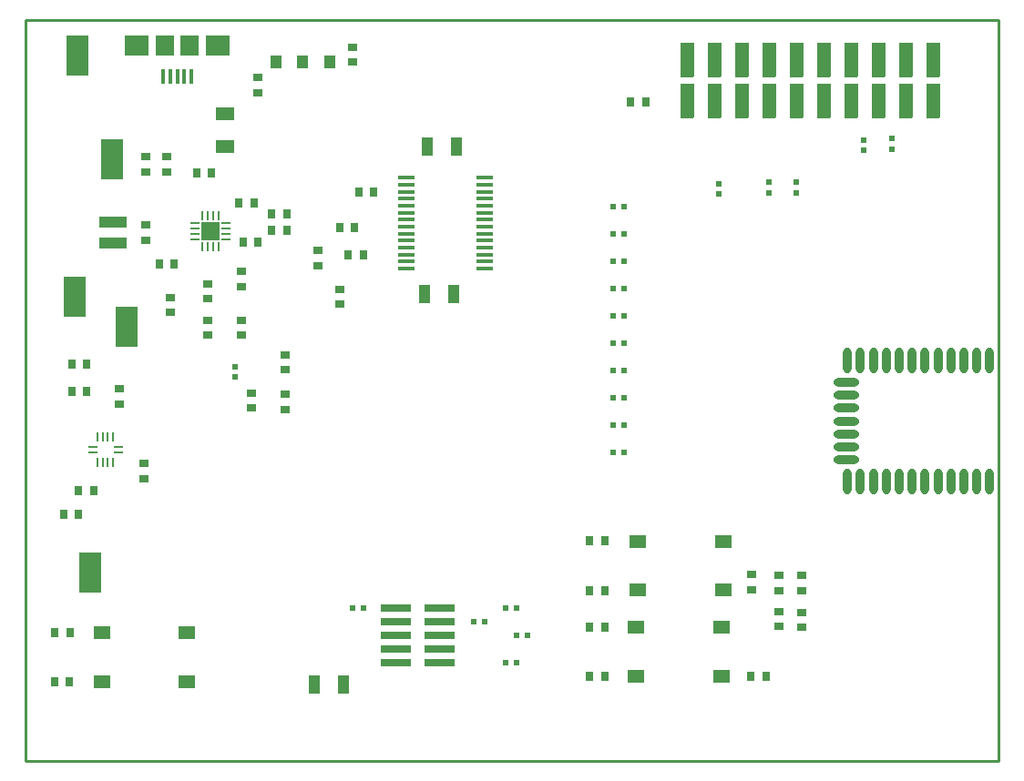
<source format=gtp>
G04 Layer_Color=8421504*
%FSLAX25Y25*%
%MOIN*%
G70*
G01*
G75*
%ADD10R,0.04331X0.06693*%
%ADD11R,0.03150X0.03543*%
%ADD12R,0.07992X0.14961*%
%ADD13R,0.03543X0.03150*%
%ADD14R,0.10236X0.03937*%
%ADD15R,0.03228X0.01024*%
%ADD16R,0.01024X0.03228*%
%ADD17R,0.06614X0.06614*%
%ADD18R,0.05905X0.01575*%
%ADD19R,0.10984X0.02913*%
%ADD20R,0.06102X0.05118*%
%ADD21R,0.03386X0.01063*%
%ADD22R,0.01063X0.03386*%
%ADD23R,0.01968X0.02362*%
%ADD24O,0.03150X0.09449*%
%ADD25O,0.09449X0.03150*%
%ADD26R,0.05000X0.12520*%
%ADD27R,0.02362X0.01968*%
%ADD28R,0.03937X0.04724*%
%ADD29R,0.07165X0.04724*%
%ADD30R,0.01575X0.05512*%
%ADD31R,0.07087X0.07480*%
%ADD32R,0.09055X0.07480*%
%ADD33C,0.01000*%
G36*
X70138Y191361D02*
X67815D01*
Y193685D01*
X70138D01*
Y191361D01*
D02*
G37*
G36*
X67185Y194315D02*
X64861D01*
Y196638D01*
X67185D01*
Y194315D01*
D02*
G37*
G36*
X156992Y54555D02*
X146009D01*
Y57475D01*
X156992D01*
Y54555D01*
D02*
G37*
G36*
X67185Y191361D02*
X64861D01*
Y193685D01*
X67185D01*
Y191361D01*
D02*
G37*
G36*
X254481Y235539D02*
X249500D01*
Y248043D01*
X254481D01*
Y235539D01*
D02*
G37*
G36*
X264488D02*
X259500D01*
Y248044D01*
X264488D01*
Y235539D01*
D02*
G37*
G36*
X70138Y194316D02*
X67816D01*
Y196638D01*
X70138D01*
Y194316D01*
D02*
G37*
G36*
X244493Y235539D02*
X239500D01*
Y248055D01*
X244493D01*
Y235539D01*
D02*
G37*
G36*
X140992Y54555D02*
X129991D01*
Y57483D01*
X140992D01*
Y54555D01*
D02*
G37*
G36*
Y39555D02*
X130003D01*
Y42467D01*
X140992D01*
Y39555D01*
D02*
G37*
G36*
X156992D02*
X146008D01*
Y42468D01*
X156992D01*
Y39555D01*
D02*
G37*
G36*
X140992Y34555D02*
X129988D01*
Y37456D01*
X140992D01*
Y34555D01*
D02*
G37*
G36*
X156992D02*
X146010D01*
Y37459D01*
X156992D01*
Y34555D01*
D02*
G37*
G36*
X140992Y49555D02*
X130002D01*
Y52471D01*
X140992D01*
Y49555D01*
D02*
G37*
G36*
X156992D02*
X146009D01*
Y52470D01*
X156992D01*
Y49555D01*
D02*
G37*
G36*
X140992Y44555D02*
X130002D01*
Y47469D01*
X140992D01*
Y44555D01*
D02*
G37*
G36*
X156992D02*
X146010D01*
Y47469D01*
X156992D01*
Y44555D01*
D02*
G37*
G36*
X284498Y250539D02*
X279500D01*
Y263051D01*
X284498D01*
Y250539D01*
D02*
G37*
G36*
X294500D02*
X289500D01*
Y263059D01*
X294500D01*
Y250539D01*
D02*
G37*
G36*
X264472D02*
X259500D01*
Y263045D01*
X264472D01*
Y250539D01*
D02*
G37*
G36*
X274481D02*
X269500D01*
Y263041D01*
X274481D01*
Y250539D01*
D02*
G37*
G36*
X324560D02*
X319500D01*
Y263041D01*
X324560D01*
Y250539D01*
D02*
G37*
G36*
X334516D02*
X329500D01*
Y263055D01*
X334516D01*
Y250539D01*
D02*
G37*
G36*
X304531D02*
X299500D01*
Y263039D01*
X304531D01*
Y250539D01*
D02*
G37*
G36*
X314542D02*
X309500D01*
Y263042D01*
X314542D01*
Y250539D01*
D02*
G37*
G36*
X254436D02*
X249500D01*
Y263036D01*
X254436D01*
Y250539D01*
D02*
G37*
G36*
X294508Y235539D02*
X289500D01*
Y248032D01*
X294508D01*
Y235539D01*
D02*
G37*
G36*
X304509D02*
X299500D01*
Y248045D01*
X304509D01*
Y235539D01*
D02*
G37*
G36*
X274490D02*
X269500D01*
Y248038D01*
X274490D01*
Y235539D01*
D02*
G37*
G36*
X284495D02*
X279500D01*
Y248007D01*
X284495D01*
Y235539D01*
D02*
G37*
G36*
X334578D02*
X329500D01*
Y248016D01*
X334578D01*
Y235539D01*
D02*
G37*
G36*
X244430Y250539D02*
X239500D01*
Y263040D01*
X244430D01*
Y250539D01*
D02*
G37*
G36*
X314543Y235539D02*
X309500D01*
Y248018D01*
X314543D01*
Y235539D01*
D02*
G37*
G36*
X324531D02*
X319500D01*
Y248037D01*
X324531D01*
Y235539D01*
D02*
G37*
D10*
X157500Y225000D02*
D03*
X146870D02*
D03*
X116130Y28000D02*
D03*
X105500D02*
D03*
X156500Y171000D02*
D03*
X145870D02*
D03*
D11*
X226756Y241500D02*
D03*
X221244D02*
D03*
X16831Y145500D02*
D03*
X22343D02*
D03*
X16831Y135500D02*
D03*
X22343D02*
D03*
X79488Y190000D02*
D03*
X85000D02*
D03*
X62488Y215500D02*
D03*
X68000D02*
D03*
X19256Y90500D02*
D03*
X13744D02*
D03*
X48744Y182000D02*
D03*
X54256D02*
D03*
X95512Y200500D02*
D03*
X90000D02*
D03*
X19331Y99000D02*
D03*
X24843D02*
D03*
X95512Y194500D02*
D03*
X90000D02*
D03*
X83512Y204500D02*
D03*
X78000D02*
D03*
X123512Y185500D02*
D03*
X118000D02*
D03*
X206347Y80642D02*
D03*
X211858D02*
D03*
X206244Y62500D02*
D03*
X211756D02*
D03*
X265244Y31000D02*
D03*
X270756D02*
D03*
X10488Y29000D02*
D03*
X16000D02*
D03*
X16244Y47000D02*
D03*
X10732D02*
D03*
X206244Y31000D02*
D03*
X211756D02*
D03*
X206244Y49000D02*
D03*
X211756D02*
D03*
X120256Y195500D02*
D03*
X114744D02*
D03*
X127256Y208500D02*
D03*
X121744D02*
D03*
D12*
X19000Y258500D02*
D03*
X23500Y69000D02*
D03*
X18000Y170000D02*
D03*
X37000Y159000D02*
D03*
X31500Y220500D02*
D03*
D13*
X66500Y161500D02*
D03*
Y155988D02*
D03*
X44000Y196256D02*
D03*
Y190744D02*
D03*
X95000Y148756D02*
D03*
Y143244D02*
D03*
X79000Y161500D02*
D03*
Y155988D02*
D03*
X79000Y179256D02*
D03*
Y173744D02*
D03*
X34087Y130744D02*
D03*
Y136256D02*
D03*
X66500Y174756D02*
D03*
Y169244D02*
D03*
X53000Y169756D02*
D03*
Y164244D02*
D03*
X107000Y187012D02*
D03*
Y181500D02*
D03*
X275500Y62488D02*
D03*
Y68000D02*
D03*
X284000Y62488D02*
D03*
Y68000D02*
D03*
X51500Y221256D02*
D03*
Y215744D02*
D03*
X44000Y221256D02*
D03*
Y215744D02*
D03*
X115000Y172756D02*
D03*
Y167244D02*
D03*
X85000Y244744D02*
D03*
Y250256D02*
D03*
X119500Y256000D02*
D03*
Y261512D02*
D03*
X43087Y103488D02*
D03*
Y109000D02*
D03*
X82500Y134756D02*
D03*
Y129244D02*
D03*
X95000Y134256D02*
D03*
Y128744D02*
D03*
X265500Y62744D02*
D03*
Y68256D02*
D03*
X275500Y49244D02*
D03*
Y54756D02*
D03*
X284000Y48988D02*
D03*
Y54500D02*
D03*
D14*
X31874Y197437D02*
D03*
Y189563D02*
D03*
D15*
X61791Y196953D02*
D03*
Y194984D02*
D03*
Y193016D02*
D03*
Y191047D02*
D03*
X73209D02*
D03*
Y193016D02*
D03*
Y194984D02*
D03*
Y196953D02*
D03*
D16*
X64547Y188291D02*
D03*
X66516D02*
D03*
X68484D02*
D03*
X70453D02*
D03*
Y199709D02*
D03*
X68484D02*
D03*
X66516D02*
D03*
X64547D02*
D03*
D17*
X67500Y194000D02*
D03*
D18*
X167772Y180366D02*
D03*
Y182925D02*
D03*
Y185484D02*
D03*
Y188043D02*
D03*
Y190602D02*
D03*
Y193161D02*
D03*
Y195721D02*
D03*
Y198280D02*
D03*
Y200839D02*
D03*
Y203398D02*
D03*
Y205957D02*
D03*
Y208516D02*
D03*
Y211075D02*
D03*
Y213634D02*
D03*
X139228D02*
D03*
Y211075D02*
D03*
Y208516D02*
D03*
Y205957D02*
D03*
Y203398D02*
D03*
Y200839D02*
D03*
Y198280D02*
D03*
Y195721D02*
D03*
Y193161D02*
D03*
Y190602D02*
D03*
Y188043D02*
D03*
Y185484D02*
D03*
Y182925D02*
D03*
Y180366D02*
D03*
D19*
X151500Y36011D02*
D03*
X135500D02*
D03*
X151500Y41012D02*
D03*
X135500D02*
D03*
X151500Y46011D02*
D03*
X135500D02*
D03*
X151500Y51012D02*
D03*
X135500D02*
D03*
X151500Y56011D02*
D03*
X135500D02*
D03*
D20*
X254650Y31142D02*
D03*
X223350D02*
D03*
X254650Y48858D02*
D03*
X223350D02*
D03*
X255150Y62642D02*
D03*
X223850D02*
D03*
X255150Y80358D02*
D03*
X223850D02*
D03*
X27772Y46858D02*
D03*
X59071D02*
D03*
X27772Y29142D02*
D03*
X59071D02*
D03*
D21*
X24421Y114984D02*
D03*
Y113016D02*
D03*
X33752D02*
D03*
Y114984D02*
D03*
D22*
X32039Y118665D02*
D03*
X30071D02*
D03*
X28102D02*
D03*
X26134D02*
D03*
Y109335D02*
D03*
X28102D02*
D03*
X30071D02*
D03*
X32039D02*
D03*
D23*
X282000Y211937D02*
D03*
Y208000D02*
D03*
X272000Y211968D02*
D03*
Y208032D02*
D03*
X253500Y211469D02*
D03*
Y207531D02*
D03*
X306500Y227500D02*
D03*
Y223563D02*
D03*
X317000Y228000D02*
D03*
Y224063D02*
D03*
X76500Y140532D02*
D03*
Y144468D02*
D03*
D24*
X352642Y146744D02*
D03*
X347917D02*
D03*
X343193D02*
D03*
X338469D02*
D03*
X333744D02*
D03*
X329020D02*
D03*
X324295D02*
D03*
X319571D02*
D03*
X314846D02*
D03*
X310122D02*
D03*
X305398D02*
D03*
X300673D02*
D03*
Y102256D02*
D03*
X305398D02*
D03*
X310122D02*
D03*
X314846D02*
D03*
X319571D02*
D03*
X324295D02*
D03*
X329020D02*
D03*
X333744D02*
D03*
X338469D02*
D03*
X343193D02*
D03*
X347917D02*
D03*
X352642D02*
D03*
D25*
X300122Y138673D02*
D03*
Y133949D02*
D03*
Y129224D02*
D03*
Y124500D02*
D03*
Y119776D02*
D03*
Y115051D02*
D03*
Y110327D02*
D03*
D26*
X242000Y241799D02*
D03*
Y256799D02*
D03*
X252000Y241799D02*
D03*
Y256799D02*
D03*
X262000Y241799D02*
D03*
Y256799D02*
D03*
X272000Y241799D02*
D03*
Y256799D02*
D03*
X282000Y241799D02*
D03*
Y256799D02*
D03*
X292000Y241799D02*
D03*
Y256799D02*
D03*
X302000Y241799D02*
D03*
Y256799D02*
D03*
X312000Y241799D02*
D03*
Y256799D02*
D03*
X322000Y241799D02*
D03*
Y256799D02*
D03*
X332000Y241799D02*
D03*
Y256799D02*
D03*
D27*
X215032Y163000D02*
D03*
X218969D02*
D03*
X215032Y113000D02*
D03*
X218969D02*
D03*
X215032Y123000D02*
D03*
X218969D02*
D03*
X215032Y133000D02*
D03*
X218969D02*
D03*
X215032Y143000D02*
D03*
X218969D02*
D03*
X215032Y153000D02*
D03*
X218969D02*
D03*
X215032Y173000D02*
D03*
X218969D02*
D03*
X215032Y183000D02*
D03*
X218969D02*
D03*
X215032Y193000D02*
D03*
X218969D02*
D03*
X215032Y203000D02*
D03*
X218969D02*
D03*
X175531Y56011D02*
D03*
X179469D02*
D03*
X164032Y51000D02*
D03*
X167968D02*
D03*
X179532Y46000D02*
D03*
X183468D02*
D03*
X175563Y36011D02*
D03*
X179500D02*
D03*
X123468Y56012D02*
D03*
X119532D02*
D03*
D28*
X111185Y256000D02*
D03*
X101342D02*
D03*
X91500D02*
D03*
D29*
X73000Y236925D02*
D03*
Y225075D02*
D03*
D30*
X60590Y250780D02*
D03*
X58031D02*
D03*
X55472D02*
D03*
X52913D02*
D03*
X50354D02*
D03*
D31*
X60000Y262000D02*
D03*
X50945D02*
D03*
D32*
X70236D02*
D03*
X40709D02*
D03*
D33*
X356000Y184625D02*
Y271500D01*
Y0D02*
Y75875D01*
X0Y0D02*
Y271500D01*
X356000D01*
Y75875D02*
Y184625D01*
X0Y0D02*
X356000D01*
M02*

</source>
